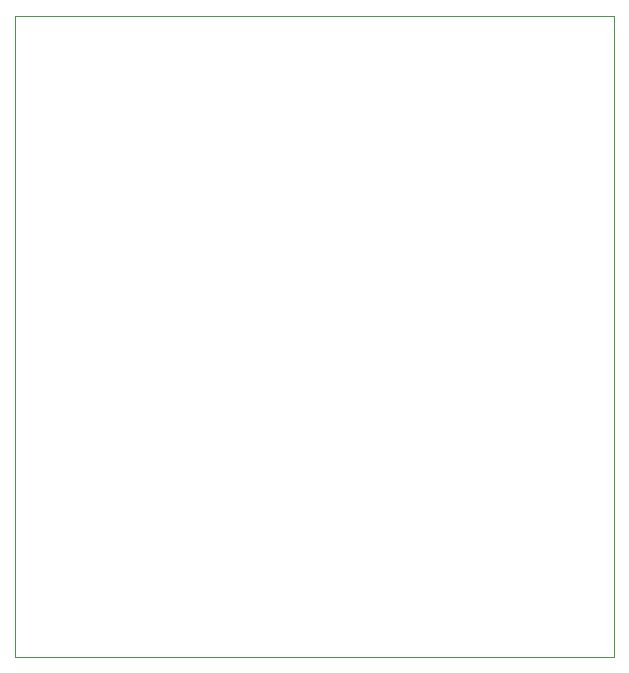
<source format=gbr>
G04 Layer_Color=0*
%FSLAX26Y26*%
%MOIN*%
%TF.FileFunction,Profile*%
%TF.Part,Single*%
G01*
G75*
%TA.AperFunction,Profile*%
%ADD31C,0.001000*%
D31*
X960000Y950000D02*
Y3085000D01*
X2955000D01*
Y950000D01*
X960000D01*
%TF.MD5,FDFE42A21408375C79AF5C3236C88DF6*%
M02*

</source>
